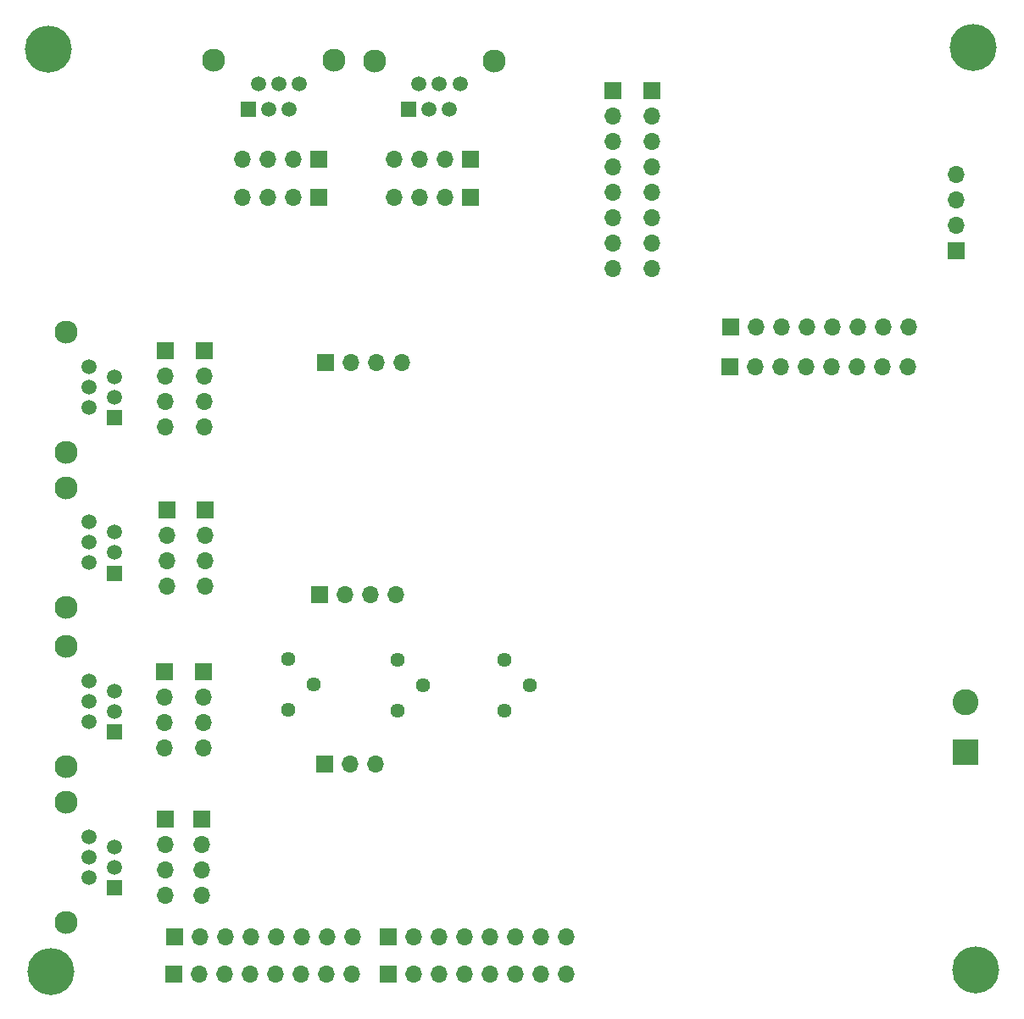
<source format=gbr>
%TF.GenerationSoftware,KiCad,Pcbnew,7.0.6*%
%TF.CreationDate,2024-04-06T15:27:50-05:00*%
%TF.ProjectId,ESP32_S3_DEVKIT_EL_V1,45535033-325f-4533-935f-4445564b4954,rev?*%
%TF.SameCoordinates,Original*%
%TF.FileFunction,Soldermask,Bot*%
%TF.FilePolarity,Negative*%
%FSLAX46Y46*%
G04 Gerber Fmt 4.6, Leading zero omitted, Abs format (unit mm)*
G04 Created by KiCad (PCBNEW 7.0.6) date 2024-04-06 15:27:50*
%MOMM*%
%LPD*%
G01*
G04 APERTURE LIST*
%ADD10R,1.700000X1.700000*%
%ADD11O,1.700000X1.700000*%
%ADD12C,2.300000*%
%ADD13R,1.520000X1.520000*%
%ADD14C,1.520000*%
%ADD15R,2.600000X2.600000*%
%ADD16C,2.600000*%
%ADD17C,4.700000*%
%ADD18C,1.440000*%
G04 APERTURE END LIST*
D10*
%TO.C,J19*%
X30645000Y-18875000D03*
D11*
X28105000Y-18875000D03*
X25565000Y-18875000D03*
X23025000Y-18875000D03*
%TD*%
D10*
%TO.C,J20*%
X15350000Y-34180000D03*
D11*
X15350000Y-36720000D03*
X15350000Y-39260000D03*
X15350000Y-41800000D03*
%TD*%
D12*
%TO.C,J22*%
X5385000Y-63710000D03*
X5385000Y-75710000D03*
D13*
X10225000Y-72260000D03*
D14*
X7685000Y-71240000D03*
X10225000Y-70220000D03*
X7685000Y-69200000D03*
X10225000Y-68180000D03*
X7685000Y-67160000D03*
%TD*%
D10*
%TO.C,J3*%
X31312500Y-35392500D03*
D11*
X33852500Y-35392500D03*
X36392500Y-35392500D03*
X38932500Y-35392500D03*
%TD*%
D10*
%TO.C,J26*%
X15275000Y-66260000D03*
D11*
X15275000Y-68800000D03*
X15275000Y-71340000D03*
X15275000Y-73880000D03*
%TD*%
D10*
%TO.C,J1*%
X71760000Y-31800000D03*
D11*
X74300000Y-31800000D03*
X76840000Y-31800000D03*
X79380000Y-31800000D03*
X81920000Y-31800000D03*
X84460000Y-31800000D03*
X87000000Y-31800000D03*
X89540000Y-31800000D03*
%TD*%
D15*
%TO.C,J6*%
X95220000Y-74310000D03*
D16*
X95220000Y-69310000D03*
%TD*%
D10*
%TO.C,J4*%
X60000000Y-8200000D03*
D11*
X60000000Y-10740000D03*
X60000000Y-13280000D03*
X60000000Y-15820000D03*
X60000000Y-18360000D03*
X60000000Y-20900000D03*
X60000000Y-23440000D03*
X60000000Y-25980000D03*
%TD*%
D17*
%TO.C,*%
X96000000Y-3900000D03*
%TD*%
D12*
%TO.C,J12*%
X48200000Y-5200000D03*
X36200000Y-5200000D03*
D13*
X39650000Y-10040000D03*
D14*
X40670000Y-7500000D03*
X41690000Y-10040000D03*
X42710000Y-7500000D03*
X43730000Y-10040000D03*
X44750000Y-7500000D03*
%TD*%
D12*
%TO.C,J13*%
X32175000Y-5175000D03*
X20175000Y-5175000D03*
D13*
X23625000Y-10015000D03*
D14*
X24645000Y-7475000D03*
X25665000Y-10015000D03*
X26685000Y-7475000D03*
X27705000Y-10015000D03*
X28725000Y-7475000D03*
%TD*%
D10*
%TO.C,J33*%
X37600000Y-92800000D03*
D11*
X40140000Y-92800000D03*
X42680000Y-92800000D03*
X45220000Y-92800000D03*
X47760000Y-92800000D03*
X50300000Y-92800000D03*
X52840000Y-92800000D03*
X55380000Y-92800000D03*
%TD*%
D10*
%TO.C,J31*%
X37620000Y-96500000D03*
D11*
X40160000Y-96500000D03*
X42700000Y-96500000D03*
X45240000Y-96500000D03*
X47780000Y-96500000D03*
X50320000Y-96500000D03*
X52860000Y-96500000D03*
X55400000Y-96500000D03*
%TD*%
D12*
%TO.C,J9*%
X5425000Y-47850000D03*
X5425000Y-59850000D03*
D13*
X10265000Y-56400000D03*
D14*
X7725000Y-55380000D03*
X10265000Y-54360000D03*
X7725000Y-53340000D03*
X10265000Y-52320000D03*
X7725000Y-51300000D03*
%TD*%
D18*
%TO.C,RV1*%
X27615000Y-70100000D03*
X30155000Y-67560000D03*
X27615000Y-65020000D03*
%TD*%
D12*
%TO.C,J23*%
X5395000Y-79315000D03*
X5395000Y-91315000D03*
D13*
X10235000Y-87865000D03*
D14*
X7695000Y-86845000D03*
X10235000Y-85825000D03*
X7695000Y-84805000D03*
X10235000Y-83785000D03*
X7695000Y-82765000D03*
%TD*%
D18*
%TO.C,RV3*%
X49200000Y-70180000D03*
X51740000Y-67640000D03*
X49200000Y-65100000D03*
%TD*%
D17*
%TO.C,H3*%
X96300000Y-96100000D03*
%TD*%
D10*
%TO.C,J7*%
X63900000Y-8200000D03*
D11*
X63900000Y-10740000D03*
X63900000Y-13280000D03*
X63900000Y-15820000D03*
X63900000Y-18360000D03*
X63900000Y-20900000D03*
X63900000Y-23440000D03*
X63900000Y-25980000D03*
%TD*%
D10*
%TO.C,J28*%
X15300000Y-81020000D03*
D11*
X15300000Y-83560000D03*
X15300000Y-86100000D03*
X15300000Y-88640000D03*
%TD*%
D10*
%TO.C,J24*%
X15475000Y-50060000D03*
D11*
X15475000Y-52600000D03*
X15475000Y-55140000D03*
X15475000Y-57680000D03*
%TD*%
D10*
%TO.C,J18*%
X30645000Y-15025000D03*
D11*
X28105000Y-15025000D03*
X25565000Y-15025000D03*
X23025000Y-15025000D03*
%TD*%
D10*
%TO.C,J10*%
X30750000Y-58525000D03*
D11*
X33290000Y-58525000D03*
X35830000Y-58525000D03*
X38370000Y-58525000D03*
%TD*%
D10*
%TO.C,J25*%
X19325000Y-50060000D03*
D11*
X19325000Y-52600000D03*
X19325000Y-55140000D03*
X19325000Y-57680000D03*
%TD*%
D10*
%TO.C,J5*%
X94300000Y-24180000D03*
D11*
X94300000Y-21640000D03*
X94300000Y-19100000D03*
X94300000Y-16560000D03*
%TD*%
D10*
%TO.C,J21*%
X19200000Y-34180000D03*
D11*
X19200000Y-36720000D03*
X19200000Y-39260000D03*
X19200000Y-41800000D03*
%TD*%
D10*
%TO.C,J16*%
X45790000Y-15000000D03*
D11*
X43250000Y-15000000D03*
X40710000Y-15000000D03*
X38170000Y-15000000D03*
%TD*%
D18*
%TO.C,RV2*%
X38515000Y-70140000D03*
X41055000Y-67600000D03*
X38515000Y-65060000D03*
%TD*%
D10*
%TO.C,J30*%
X16220000Y-92800000D03*
D11*
X18760000Y-92800000D03*
X21300000Y-92800000D03*
X23840000Y-92800000D03*
X26380000Y-92800000D03*
X28920000Y-92800000D03*
X31460000Y-92800000D03*
X34000000Y-92800000D03*
%TD*%
D10*
%TO.C,J11*%
X16200000Y-96500000D03*
D11*
X18740000Y-96500000D03*
X21280000Y-96500000D03*
X23820000Y-96500000D03*
X26360000Y-96500000D03*
X28900000Y-96500000D03*
X31440000Y-96500000D03*
X33980000Y-96500000D03*
%TD*%
D10*
%TO.C,J29*%
X19000000Y-80980000D03*
D11*
X19000000Y-83520000D03*
X19000000Y-86060000D03*
X19000000Y-88600000D03*
%TD*%
D12*
%TO.C,J14*%
X5400000Y-32350000D03*
X5400000Y-44350000D03*
D13*
X10240000Y-40900000D03*
D14*
X7700000Y-39880000D03*
X10240000Y-38860000D03*
X7700000Y-37840000D03*
X10240000Y-36820000D03*
X7700000Y-35800000D03*
%TD*%
D10*
%TO.C,J27*%
X19125000Y-66260000D03*
D11*
X19125000Y-68800000D03*
X19125000Y-71340000D03*
X19125000Y-73880000D03*
%TD*%
D17*
%TO.C,*%
X3900000Y-96200000D03*
%TD*%
%TO.C,*%
X3600000Y-4000000D03*
%TD*%
D10*
%TO.C,J15*%
X71737652Y-35752944D03*
D11*
X74277652Y-35752944D03*
X76817652Y-35752944D03*
X79357652Y-35752944D03*
X81897652Y-35752944D03*
X84437652Y-35752944D03*
X86977652Y-35752944D03*
X89517652Y-35752944D03*
%TD*%
D10*
%TO.C,J32*%
X31220000Y-75500000D03*
D11*
X33760000Y-75500000D03*
X36300000Y-75500000D03*
%TD*%
D10*
%TO.C,J17*%
X45790000Y-18850000D03*
D11*
X43250000Y-18850000D03*
X40710000Y-18850000D03*
X38170000Y-18850000D03*
%TD*%
M02*

</source>
